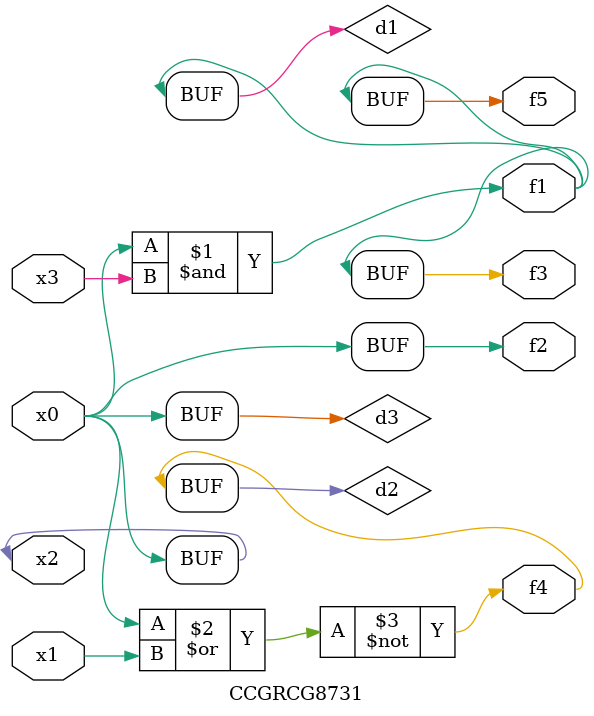
<source format=v>
module CCGRCG8731(
	input x0, x1, x2, x3,
	output f1, f2, f3, f4, f5
);

	wire d1, d2, d3;

	and (d1, x2, x3);
	nor (d2, x0, x1);
	buf (d3, x0, x2);
	assign f1 = d1;
	assign f2 = d3;
	assign f3 = d1;
	assign f4 = d2;
	assign f5 = d1;
endmodule

</source>
